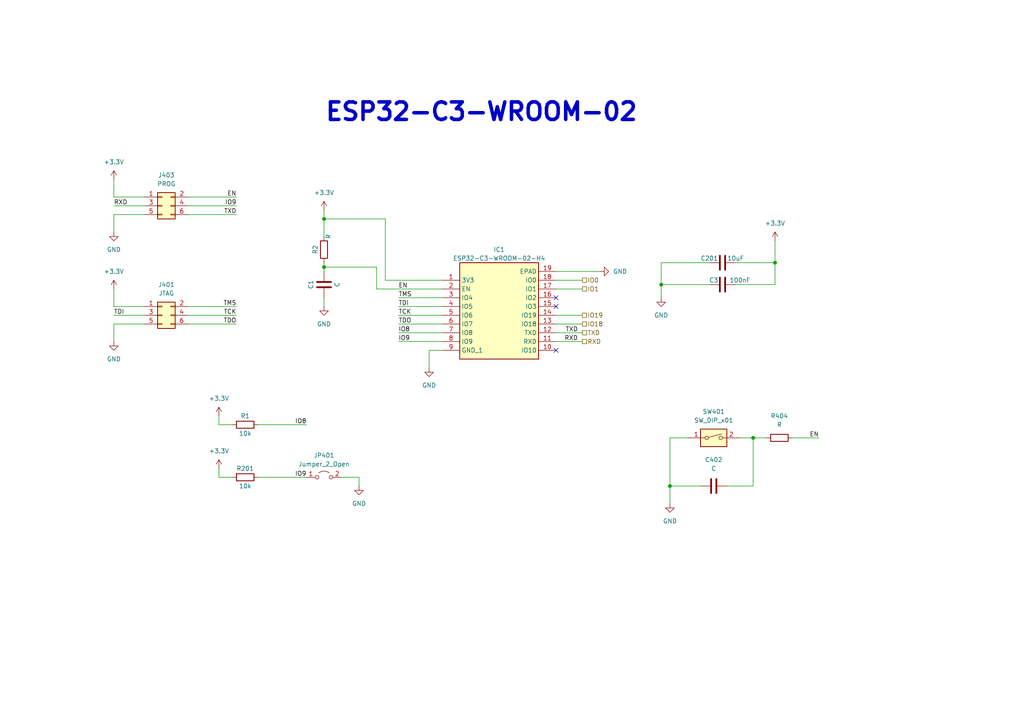
<source format=kicad_sch>
(kicad_sch (version 20230121) (generator eeschema)
  (paper "A4")
  (lib_symbols
    (symbol "Connector_Generic:Conn_02x03_Odd_Even" (pin_names (offset 1.016) hide)
      (property "Reference" "J" (at 1.27 5.08 0))
      (property "Value" "Conn_02x03_Odd_Even" (at 1.27 -5.08 0))
      (symbol "Conn_02x03_Odd_Even_1_1"
        (rectangle (start -1.27 -2.413) (end 0 -2.667) (stroke (width 0.1524)))
        (rectangle (start -1.27 0.127) (end 0 -0.127) (stroke (width 0.1524)))
        (rectangle (start -1.27 2.667) (end 0 2.413) (stroke (width 0.1524)))
        (rectangle (start -1.27 3.81) (end 3.81 -3.81) (stroke (width 0.254)) (fill (type background)))
        (rectangle (start 3.81 -2.413) (end 2.54 -2.667) (stroke (width 0.1524)))
        (rectangle (start 3.81 0.127) (end 2.54 -0.127) (stroke (width 0.1524)))
        (rectangle (start 3.81 2.667) (end 2.54 2.413) (stroke (width 0.1524)))
        (pin passive line (at -5.08 2.54 0) (length 3.81) (name "Pin_1") (number "1"))
        (pin passive line (at 7.62 2.54 180) (length 3.81) (name "Pin_2") (number "2"))
        (pin passive line (at -5.08 0 0) (length 3.81) (name "Pin_3") (number "3"))
        (pin passive line (at 7.62 0 180) (length 3.81) (name "Pin_4") (number "4"))
        (pin passive line (at -5.08 -2.54 0) (length 3.81) (name "Pin_5") (number "5"))
        (pin passive line (at 7.62 -2.54 180) (length 3.81) (name "Pin_6") (number "6"))
      )
    )
    (symbol "Device:C" (pin_numbers hide) (pin_names (offset 0.254))
      (property "Reference" "C" (at 0.635 2.54 0))
      (property "Value" "C" (at 0.635 -2.54 0))
      (symbol "C_0_1"
        (polyline (pts (xy -2.032 -0.762) (xy 2.032 -0.762)) (stroke (width 0.508)))
        (polyline (pts (xy -2.032 0.762) (xy 2.032 0.762)) (stroke (width 0.508)))
      )
      (symbol "C_1_1"
        (pin passive line (at 0 3.81 270) (length 2.794) (name "~") (number "1"))
        (pin passive line (at 0 -3.81 90) (length 2.794) (name "~") (number "2"))
      )
    )
    (symbol "Device:R" (pin_numbers hide) (pin_names (offset 0))
      (property "Reference" "R" (at 2.032 0 90))
      (property "Value" "R" (at 0 0 90))
      (symbol "R_0_1"
        (rectangle (start -1.016 -2.54) (end 1.016 2.54) (stroke (width 0.254)))
      )
      (symbol "R_1_1"
        (pin passive line (at 0 3.81 270) (length 1.27) (name "~") (number "1"))
        (pin passive line (at 0 -3.81 90) (length 1.27) (name "~") (number "2"))
      )
    )
    (symbol "ESP32-C3-WROOM:ESP32-C3-WROOM-02-H4"
      (property "Reference" "IC" (at 5.08 10.16 0))
      (property "Value" "ESP32-C3-WROOM-02-H4" (at 5.08 7.62 0))
      (symbol "ESP32-C3-WROOM-02-H4_1_1"
        (rectangle (start 5.08 5.08) (end 27.94 -22.86) (stroke (width 0.254)) (fill (type background)))
        (pin passive line (at 0 0 0) (length 5.08) (name "3V3") (number "1"))
        (pin passive line (at 33.02 -20.32 180) (length 5.08) (name "IO10") (number "10"))
        (pin passive line (at 33.02 -17.78 180) (length 5.08) (name "RXD") (number "11"))
        (pin passive line (at 33.02 -15.24 180) (length 5.08) (name "TXD") (number "12"))
        (pin passive line (at 33.02 -12.7 180) (length 5.08) (name "IO18") (number "13"))
        (pin passive line (at 33.02 -10.16 180) (length 5.08) (name "IO19") (number "14"))
        (pin passive line (at 33.02 -7.62 180) (length 5.08) (name "IO3") (number "15"))
        (pin passive line (at 33.02 -5.08 180) (length 5.08) (name "IO2") (number "16"))
        (pin passive line (at 33.02 -2.54 180) (length 5.08) (name "IO1") (number "17"))
        (pin passive line (at 33.02 0 180) (length 5.08) (name "IO0") (number "18"))
        (pin passive line (at 33.02 2.54 180) (length 5.08) (name "EPAD") (number "19"))
        (pin passive line (at 0 -2.54 0) (length 5.08) (name "EN") (number "2"))
        (pin passive line (at 0 -5.08 0) (length 5.08) (name "IO4") (number "3"))
        (pin passive line (at 0 -7.62 0) (length 5.08) (name "IO5") (number "4"))
        (pin passive line (at 0 -10.16 0) (length 5.08) (name "IO6") (number "5"))
        (pin passive line (at 0 -12.7 0) (length 5.08) (name "IO7") (number "6"))
        (pin passive line (at 0 -15.24 0) (length 5.08) (name "IO8") (number "7"))
        (pin passive line (at 0 -17.78 0) (length 5.08) (name "IO9") (number "8"))
        (pin passive line (at 0 -20.32 0) (length 5.08) (name "GND_1") (number "9"))
      )
    )
    (symbol "Jumper:Jumper_2_Open" (pin_names (offset 0) hide)
      (property "Reference" "JP" (at 0 2.794 0))
      (property "Value" "Jumper_2_Open" (at 0 -2.286 0))
      (symbol "Jumper_2_Open_0_0"
        (circle (center -2.032 0) (radius 0.508))
        (circle (center 2.032 0) (radius 0.508))
      )
      (symbol "Jumper_2_Open_0_1"
        (arc (start 1.524 1.27) (mid 0 1.778) (end -1.524 1.27))
      )
      (symbol "Jumper_2_Open_1_1"
        (pin passive line (at -5.08 0 0) (length 2.54) (name "A") (number "1"))
        (pin passive line (at 5.08 0 180) (length 2.54) (name "B") (number "2"))
      )
    )
    (symbol "Switch:SW_DIP_x01" (pin_names (offset 0) hide)
      (property "Reference" "SW" (at 0 3.81 0))
      (property "Value" "SW_DIP_x01" (at 0 -3.81 0))
      (symbol "SW_DIP_x01_0_0"
        (circle (center -2.032 0) (radius 0.508))
        (polyline (pts (xy -1.524 0.127) (xy 2.3622 1.1684)))
        (circle (center 2.032 0) (radius 0.508))
      )
      (symbol "SW_DIP_x01_0_1"
        (rectangle (start -3.81 2.54) (end 3.81 -2.54) (stroke (width 0.254)) (fill (type background)))
      )
      (symbol "SW_DIP_x01_1_1"
        (pin passive line (at -7.62 0 0) (length 5.08) (name "~") (number "1"))
        (pin passive line (at 7.62 0 180) (length 5.08) (name "~") (number "2"))
      )
    )
    (symbol "power:+3.3V" (power) (pin_names (offset 0))
      (property "Value" "+3.3V" (at 0 3.556 0))
      (symbol "+3.3V_0_1"
        (polyline (pts (xy -0.762 1.27) (xy 0 2.54)))
        (polyline (pts (xy 0 0) (xy 0 2.54)))
        (polyline (pts (xy 0 2.54) (xy 0.762 1.27)))
      )
      (symbol "+3.3V_1_1"
        (pin power_in line (at 0 0 90) (length 0) hide (name "+3.3V") (number "1"))
      )
    )
    (symbol "power:GND" (power) (pin_names (offset 0))
      (property "Value" "GND" (at 0 -3.81 0))
      (symbol "GND_0_1"
        (polyline (pts (xy 0 0) (xy 0 -1.27) (xy 1.27 -1.27) (xy 0 -2.54) (xy -1.27 -1.27) (xy 0 -1.27)))
      )
      (symbol "GND_1_1"
        (pin power_in line (at 0 0 270) (length 0) hide (name "GND") (number "1"))
      )
    )
  )
  (junction (at 194.31 140.97))
  (junction (at 93.98 77.47))
  (junction (at 191.77 82.55))
  (junction (at 93.98 63.5))
  (junction (at 218.44 127))
  (junction (at 224.79 76.2))
  (no_connect (at 161.29 101.6))
  (no_connect (at 161.29 86.36))
  (no_connect (at 161.29 88.9))
  (wire (pts (xy 115.57 93.98) (xy 128.27 93.98)))
  (wire (pts (xy 161.29 83.82) (xy 168.91 83.82)))
  (wire (pts (xy 213.36 82.55) (xy 224.79 82.55)))
  (wire (pts (xy 128.27 83.82) (xy 109.22 83.82)))
  (wire (pts (xy 93.98 86.36) (xy 93.98 88.9)))
  (wire (pts (xy 54.61 62.23) (xy 68.58 62.23)))
  (wire (pts (xy 93.98 77.47) (xy 93.98 78.74)))
  (wire (pts (xy 161.29 93.98) (xy 168.91 93.98)))
  (wire (pts (xy 54.61 91.44) (xy 68.58 91.44)))
  (wire (pts (xy 210.82 140.97) (xy 218.44 140.97)))
  (wire (pts (xy 54.61 57.15) (xy 68.58 57.15)))
  (wire (pts (xy 191.77 82.55) (xy 191.77 86.36)))
  (wire (pts (xy 93.98 76.2) (xy 93.98 77.47)))
  (wire (pts (xy 54.61 88.9) (xy 68.58 88.9)))
  (wire (pts (xy 111.76 81.28) (xy 128.27 81.28)))
  (wire (pts (xy 41.91 93.98) (xy 33.02 93.98)))
  (wire (pts (xy 213.36 76.2) (xy 224.79 76.2)))
  (wire (pts (xy 128.27 101.6) (xy 124.46 101.6)))
  (wire (pts (xy 161.29 91.44) (xy 168.91 91.44)))
  (wire (pts (xy 205.74 76.2) (xy 191.77 76.2)))
  (wire (pts (xy 54.61 59.69) (xy 68.58 59.69)))
  (wire (pts (xy 224.79 76.2) (xy 224.79 82.55)))
  (wire (pts (xy 41.91 57.15) (xy 33.02 57.15)))
  (wire (pts (xy 33.02 93.98) (xy 33.02 99.06)))
  (wire (pts (xy 205.74 82.55) (xy 191.77 82.55)))
  (wire (pts (xy 33.02 57.15) (xy 33.02 52.07)))
  (wire (pts (xy 109.22 77.47) (xy 93.98 77.47)))
  (wire (pts (xy 33.02 62.23) (xy 33.02 67.31)))
  (wire (pts (xy 124.46 101.6) (xy 124.46 106.68)))
  (wire (pts (xy 218.44 127) (xy 222.25 127)))
  (wire (pts (xy 161.29 99.06) (xy 168.91 99.06)))
  (wire (pts (xy 93.98 63.5) (xy 93.98 68.58)))
  (wire (pts (xy 33.02 91.44) (xy 41.91 91.44)))
  (wire (pts (xy 99.06 138.43) (xy 104.14 138.43)))
  (wire (pts (xy 229.87 127) (xy 237.49 127)))
  (wire (pts (xy 63.5 138.43) (xy 63.5 135.89)))
  (wire (pts (xy 111.76 81.28) (xy 111.76 63.5)))
  (wire (pts (xy 214.63 127) (xy 218.44 127)))
  (wire (pts (xy 63.5 123.19) (xy 63.5 120.65)))
  (wire (pts (xy 74.93 123.19) (xy 88.9 123.19)))
  (wire (pts (xy 115.57 99.06) (xy 128.27 99.06)))
  (wire (pts (xy 194.31 140.97) (xy 194.31 146.05)))
  (wire (pts (xy 115.57 86.36) (xy 128.27 86.36)))
  (wire (pts (xy 41.91 88.9) (xy 33.02 88.9)))
  (wire (pts (xy 93.98 60.96) (xy 93.98 63.5)))
  (wire (pts (xy 74.93 138.43) (xy 88.9 138.43)))
  (wire (pts (xy 67.31 138.43) (xy 63.5 138.43)))
  (wire (pts (xy 104.14 138.43) (xy 104.14 140.97)))
  (wire (pts (xy 161.29 81.28) (xy 168.91 81.28)))
  (wire (pts (xy 161.29 96.52) (xy 168.91 96.52)))
  (wire (pts (xy 161.29 78.74) (xy 173.99 78.74)))
  (wire (pts (xy 115.57 88.9) (xy 128.27 88.9)))
  (wire (pts (xy 191.77 76.2) (xy 191.77 82.55)))
  (wire (pts (xy 33.02 88.9) (xy 33.02 83.82)))
  (wire (pts (xy 224.79 69.85) (xy 224.79 76.2)))
  (wire (pts (xy 54.61 93.98) (xy 68.58 93.98)))
  (wire (pts (xy 218.44 140.97) (xy 218.44 127)))
  (wire (pts (xy 194.31 140.97) (xy 203.2 140.97)))
  (wire (pts (xy 67.31 123.19) (xy 63.5 123.19)))
  (wire (pts (xy 111.76 63.5) (xy 93.98 63.5)))
  (wire (pts (xy 115.57 96.52) (xy 128.27 96.52)))
  (wire (pts (xy 41.91 62.23) (xy 33.02 62.23)))
  (wire (pts (xy 33.02 59.69) (xy 41.91 59.69)))
  (wire (pts (xy 199.39 127) (xy 194.31 127)))
  (wire (pts (xy 194.31 127) (xy 194.31 140.97)))
  (wire (pts (xy 109.22 83.82) (xy 109.22 77.47)))
  (wire (pts (xy 115.57 91.44) (xy 128.27 91.44)))
  (text "ESP32-C3-WROOM-02" (at 93.98 35.56 0) (effects (font (size 5.08 5.08) (thickness 1.016) bold) (justify left bottom)))
  (label "TXD" (at 68.58 62.23 180))
  (label "RXD" (at 167.64 99.06 180))
  (label "TDI" (at 33.02 91.44 0))
  (label "RXD" (at 33.02 59.69 0))
  (label "EN" (at 68.58 57.15 180))
  (label "IO8" (at 115.57 96.52 0))
  (label "IO9" (at 115.57 99.06 0))
  (label "TDO" (at 68.58 93.98 180))
  (label "IO9" (at 88.9 138.43 180))
  (label "EN" (at 237.49 127 180))
  (label "TMS" (at 68.58 88.9 180))
  (label "TDI" (at 115.57 88.9 0))
  (label "EN" (at 115.57 83.82 0))
  (label "TCK" (at 68.58 91.44 180))
  (label "TMS" (at 115.57 86.36 0))
  (label "TCK" (at 115.57 91.44 0))
  (label "TDO" (at 115.57 93.98 0))
  (label "IO8" (at 88.9 123.19 180))
  (label "TXD" (at 167.64 96.52 180))
  (label "IO9" (at 68.58 59.69 180))
  (hierarchical_label "IO18" (shape passive) (at 168.91 93.98 0))
  (hierarchical_label "IO0" (shape passive) (at 168.91 81.28 0))
  (hierarchical_label "IO1" (shape passive) (at 168.91 83.82 0))
  (hierarchical_label "IO19" (shape passive) (at 168.91 91.44 0))
  (hierarchical_label "RXD" (shape passive) (at 168.91 99.06 0))
  (hierarchical_label "TXD" (shape passive) (at 168.91 96.52 0))
  (symbol (lib_id "power:GND") (at 93.98 88.9 0) (unit 1)
    (property "Reference" "#PWR01" (effects hide))
    (property "Value" "GND" (at 93.98 93.98 0))
    (instances (project "smart_alarm_V0.1" (path "" (reference "#PWR01") (unit 1))) (project "power_board_V0.1" (path "" (reference "#PWR0406") (unit 1))) (project "_autosave-ESP32-C3-WROOM-02" (path "" (reference "#PWR02") (unit 1))))
  )
  (symbol (lib_id "Connector_Generic:Conn_02x03_Odd_Even") (at 46.99 59.69 0) (unit 1)
    (property "Reference" "J403" (at 48.26 50.8 0))
    (property "Value" "PROG" (at 48.26 53.34 0))
    (property "Footprint" "Connector:Tag-Connect_TC2030-IDC-NL_2x03_P1.27mm_Vertical" (effects hide))
  )
  (symbol (lib_id "power:GND") (at 124.46 106.68 0) (unit 1)
    (property "Reference" "#PWR04" (effects hide))
    (property "Value" "GND" (at 124.46 111.76 0))
    (instances (project "smart_alarm_V0.1" (path "" (reference "#PWR04") (unit 1))) (project "power_board_V0.1" (path "" (reference "#PWR0408") (unit 1))) (project "_autosave-ESP32-C3-WROOM-02" (path "" (reference "#PWR01") (unit 1))))
  )
  (symbol (lib_id "Jumper:Jumper_2_Open") (at 93.98 138.43 0) (unit 1)
    (property "Reference" "JP401" (at 93.98 132.08 0))
    (property "Value" "Jumper_2_Open" (at 93.98 134.62 0))
    (property "Footprint" "Jumper:SolderJumper-2_P1.3mm_Open_RoundedPad1.0x1.5mm" (effects hide))
  )
  (symbol (lib_id "Device:C") (at 207.01 140.97 90) (unit 1)
    (property "Reference" "C402" (at 207.01 133.35 90))
    (property "Value" "C" (at 207.01 135.89 90))
    (property "Footprint" "Capacitor_SMD:C_0603_1608Metric" (effects hide))
  )
  (symbol (lib_id "power:+3.3V") (at 33.02 83.82 0) (unit 1)
    (property "Reference" "#PWR0204" (effects hide))
    (property "Value" "+3.3V" (at 33.02 78.74 0))
    (instances (project "smart_alarm_V0.1" (path "" (reference "#PWR0204") (unit 1))) (project "power_board_V0.1" (path "" (reference "#PWR0401") (unit 1))) (project "_autosave-ESP32-C3-WROOM-02" (path "" (reference "#PWR04") (unit 1))))
  )
  (symbol (lib_id "power:GND") (at 33.02 99.06 0) (unit 1)
    (property "Reference" "#PWR01" (effects hide))
    (property "Value" "GND" (at 33.02 104.14 0))
    (instances (project "smart_alarm_V0.1" (path "" (reference "#PWR01") (unit 1))) (project "power_board_V0.1" (path "" (reference "#PWR0402") (unit 1))) (project "_autosave-ESP32-C3-WROOM-02" (path "" (reference "#PWR02") (unit 1))))
  )
  (symbol (lib_id "power:+3.3V") (at 63.5 135.89 0) (unit 1)
    (property "Reference" "#PWR0201" (effects hide))
    (property "Value" "+3.3V" (at 63.5 130.81 0))
    (instances (project "smart_alarm_V0.1" (path "" (reference "#PWR0201") (unit 1))) (project "power_board_V0.1" (path "" (reference "#PWR0404") (unit 1))) (project "_autosave-ESP32-C3-WROOM-02" (path "" (reference "#PWR04") (unit 1))))
  )
  (symbol (lib_id "Device:R") (at 226.06 127 90) (unit 1)
    (property "Reference" "R404" (at 226.06 120.65 90))
    (property "Value" "R" (at 226.06 123.19 90))
    (property "Footprint" "Resistor_SMD:R_0603_1608Metric" (effects hide))
  )
  (symbol (lib_id "Device:R") (at 93.98 72.39 180) (unit 1)
    (property "Reference" "R2" (at 91.44 72.39 90))
    (property "Value" "R" (at 95.25 68.58 90))
    (property "Footprint" "Resistor_SMD:R_0603_1608Metric" (effects hide))
    (instances (project "smart_alarm_V0.1" (path "" (reference "R2") (unit 1))) (project "power_board_V0.1" (path "" (reference "R403") (unit 1))) (project "_autosave-ESP32-C3-WROOM-02" (path "" (reference "R1") (unit 1))))
  )
  (symbol (lib_id "power:GND") (at 194.31 146.05 0) (unit 1)
    (property "Reference" "#PWR04" (effects hide))
    (property "Value" "GND" (at 194.31 151.13 0))
    (instances (project "smart_alarm_V0.1" (path "" (reference "#PWR04") (unit 1))) (project "power_board_V0.1" (path "" (reference "#PWR0411") (unit 1))) (project "_autosave-ESP32-C3-WROOM-02" (path "" (reference "#PWR01") (unit 1))))
  )
  (symbol (lib_id "Device:R") (at 71.12 138.43 90) (unit 1)
    (property "Reference" "R201" (at 71.12 135.89 90))
    (property "Value" "10k" (at 71.12 140.97 90))
    (property "Footprint" "Resistor_SMD:R_0603_1608Metric" (effects hide))
    (instances (project "smart_alarm_V0.1" (path "" (reference "R201") (unit 1))) (project "power_board_V0.1" (path "" (reference "R402") (unit 1))) (project "_autosave-ESP32-C3-WROOM-02" (path "" (reference "R2") (unit 1))))
  )
  (symbol (lib_id "power:GND") (at 173.99 78.74 90) (unit 1)
    (property "Reference" "#PWR05" (effects hide))
    (property "Value" "GND" (at 177.8 78.74 90) (effects (justify right)))
    (instances (project "smart_alarm_V0.1" (path "" (reference "#PWR05") (unit 1))) (project "power_board_V0.1" (path "" (reference "#PWR0409") (unit 1))) (project "_autosave-ESP32-C3-WROOM-02" (path "" (reference "#PWR01") (unit 1))))
  )
  (symbol (lib_id "power:GND") (at 191.77 86.36 0) (unit 1)
    (property "Reference" "#PWR0203" (effects hide))
    (property "Value" "GND" (at 191.77 91.44 0))
    (instances (project "smart_alarm_V0.1" (path "" (reference "#PWR0203") (unit 1))) (project "power_board_V0.1" (path "" (reference "#PWR0410") (unit 1))) (project "_autosave-ESP32-C3-WROOM-02" (path "" (reference "#PWR02") (unit 1))))
  )
  (symbol (lib_id "ESP32-C3-WROOM:ESP32-C3-WROOM-02-H4") (at 128.27 81.28 0) (unit 1)
    (property "Reference" "IC1" (at 144.78 72.39 0))
    (property "Value" "ESP32-C3-WROOM-02-H4" (at 144.78 74.93 0))
    (property "Footprint" "Webyfy:ESP32C3WROOM02H4" (effects hide))
    (property "Datasheet" "https://www.mouser.in/datasheet/2/891/Espressif_Systems_04082021_ESP32_C3_WROOM_02-2295851.pdf" (effects hide))
    (property "Height" "3.35" (effects hide))
    (property "Manufacturer_Name" "Espressif Systems" (effects hide))
    (property "Manufacturer_Part_Number" "ESP32-C3-WROOM-02-H4" (effects hide))
    (property "Mouser Part Number" "356-ESP32C3WROOM02H4" (effects hide))
    (property "Mouser Price/Stock" "https://www.mouser.co.uk/ProductDetail/Espressif-Systems/ESP32-C3-WROOM-02-H4?qs=stqOd1AaK79%2FSA14oWtR%252Bw%3D%3D" (effects hide))
    (instances (project "smart_alarm_V0.1" (path "" (reference "IC1") (unit 1))) (project "power_board_V0.1" (path "" (reference "IC401") (unit 1))) (project "_autosave-ESP32-C3-WROOM-02" (path "" (reference "IC1") (unit 1))))
  )
  (symbol (lib_id "power:+3.3V") (at 93.98 60.96 0) (unit 1)
    (property "Reference" "#PWR0204" (effects hide))
    (property "Value" "+3.3V" (at 93.98 55.88 0))
    (instances (project "smart_alarm_V0.1" (path "" (reference "#PWR0204") (unit 1))) (project "power_board_V0.1" (path "" (reference "#PWR0405") (unit 1))) (project "_autosave-ESP32-C3-WROOM-02" (path "" (reference "#PWR04") (unit 1))))
  )
  (symbol (lib_id "Connector_Generic:Conn_02x03_Odd_Even") (at 46.99 91.44 0) (unit 1)
    (property "Reference" "J401" (at 48.26 82.55 0))
    (property "Value" "JTAG" (at 48.26 85.09 0))
    (property "Footprint" "Connector:Tag-Connect_TC2030-IDC-NL_2x03_P1.27mm_Vertical" (effects hide))
  )
  (symbol (lib_id "Switch:SW_DIP_x01") (at 207.01 127 0) (unit 1)
    (property "Reference" "SW401" (at 207.01 119.38 0))
    (property "Value" "SW_DIP_x01" (at 207.01 121.92 0))
    (property "Footprint" "Button_Switch_SMD:SW_DIP_SPSTx01_Slide_6.7x4.1mm_W6.73mm_P2.54mm_LowProfile_JPin" (effects hide))
  )
  (symbol (lib_id "power:+3.3V") (at 224.79 69.85 0) (unit 1)
    (property "Reference" "#PWR0202" (effects hide))
    (property "Value" "+3.3V" (at 224.79 64.77 0))
    (instances (project "smart_alarm_V0.1" (path "" (reference "#PWR0202") (unit 1))) (project "power_board_V0.1" (path "" (reference "#PWR0412") (unit 1))) (project "_autosave-ESP32-C3-WROOM-02" (path "" (reference "#PWR03") (unit 1))))
  )
  (symbol (lib_id "Device:C") (at 93.98 82.55 180) (unit 1)
    (property "Reference" "C1" (at 90.17 82.55 90))
    (property "Value" "C" (at 97.79 82.55 90))
    (property "Footprint" "Capacitor_SMD:C_0603_1608Metric" (effects hide))
    (instances (project "smart_alarm_V0.1" (path "" (reference "C1") (unit 1))) (project "power_board_V0.1" (path "" (reference "C401") (unit 1))) (project "_autosave-ESP32-C3-WROOM-02" (path "" (reference "C3") (unit 1))))
  )
  (symbol (lib_id "power:+3.3V") (at 33.02 52.07 0) (unit 1)
    (property "Reference" "#PWR0204" (effects hide))
    (property "Value" "+3.3V" (at 33.02 46.99 0))
    (instances (project "smart_alarm_V0.1" (path "" (reference "#PWR0204") (unit 1))) (project "power_board_V0.1" (path "" (reference "#PWR0415") (unit 1))) (project "_autosave-ESP32-C3-WROOM-02" (path "" (reference "#PWR04") (unit 1))))
  )
  (symbol (lib_id "power:+3.3V") (at 63.5 120.65 0) (unit 1)
    (property "Reference" "#PWR02" (effects hide))
    (property "Value" "+3.3V" (at 63.5 115.57 0))
    (instances (project "smart_alarm_V0.1" (path "" (reference "#PWR02") (unit 1))) (project "power_board_V0.1" (path "" (reference "#PWR0403") (unit 1))) (project "_autosave-ESP32-C3-WROOM-02" (path "" (reference "#PWR04") (unit 1))))
  )
  (symbol (lib_id "Device:C") (at 209.55 76.2 90) (unit 1)
    (property "Reference" "C201" (at 205.74 74.93 90))
    (property "Value" "10uF" (at 213.36 74.93 90))
    (property "Footprint" "Capacitor_SMD:C_0603_1608Metric" (effects hide))
    (instances (project "smart_alarm_V0.1" (path "" (reference "C201") (unit 1))) (project "power_board_V0.1" (path "" (reference "C403") (unit 1))) (project "_autosave-ESP32-C3-WROOM-02" (path "" (reference "C2") (unit 1))))
  )
  (symbol (lib_id "Device:C") (at 209.55 82.55 90) (unit 1)
    (property "Reference" "C3" (at 207.01 81.28 90))
    (property "Value" "100nF" (at 214.63 81.28 90))
    (property "Footprint" "Capacitor_SMD:C_0603_1608Metric" (effects hide))
    (instances (project "smart_alarm_V0.1" (path "" (reference "C3") (unit 1))) (project "power_board_V0.1" (path "" (reference "C404") (unit 1))) (project "_autosave-ESP32-C3-WROOM-02" (path "" (reference "C1") (unit 1))))
  )
  (symbol (lib_id "power:GND") (at 33.02 67.31 0) (unit 1)
    (property "Reference" "#PWR01" (effects hide))
    (property "Value" "GND" (at 33.02 72.39 0))
    (instances (project "smart_alarm_V0.1" (path "" (reference "#PWR01") (unit 1))) (project "power_board_V0.1" (path "" (reference "#PWR0416") (unit 1))) (project "_autosave-ESP32-C3-WROOM-02" (path "" (reference "#PWR02") (unit 1))))
  )
  (symbol (lib_id "power:GND") (at 104.14 140.97 0) (unit 1)
    (property "Reference" "#PWR01" (effects hide))
    (property "Value" "GND" (at 104.14 146.05 0))
    (instances (project "smart_alarm_V0.1" (path "" (reference "#PWR01") (unit 1))) (project "power_board_V0.1" (path "" (reference "#PWR0407") (unit 1))) (project "_autosave-ESP32-C3-WROOM-02" (path "" (reference "#PWR02") (unit 1))))
  )
  (symbol (lib_id "Device:R") (at 71.12 123.19 90) (unit 1)
    (property "Reference" "R1" (at 71.12 120.65 90))
    (property "Value" "10k" (at 71.12 125.73 90))
    (property "Footprint" "Resistor_SMD:R_0603_1608Metric" (effects hide))
    (instances (project "smart_alarm_V0.1" (path "" (reference "R1") (unit 1))) (project "power_board_V0.1" (path "" (reference "R401") (unit 1))) (project "_autosave-ESP32-C3-WROOM-02" (path "" (reference "R2") (unit 1))))
  )
)
</source>
